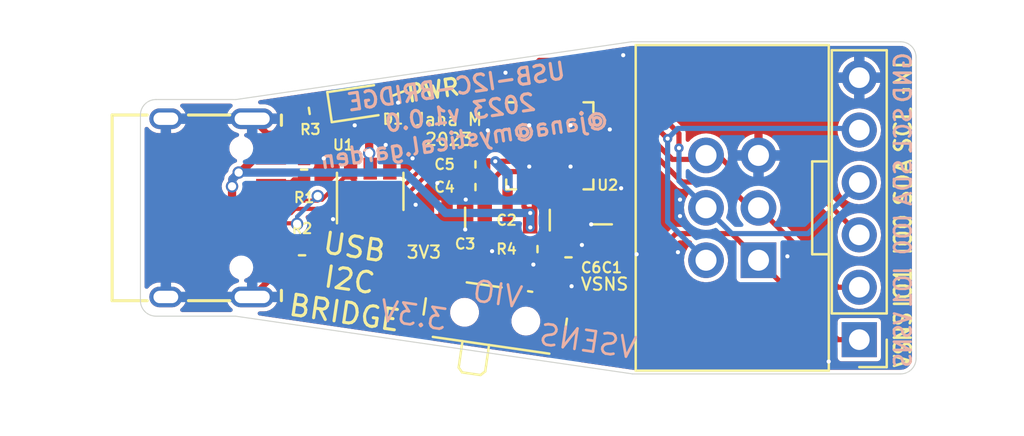
<source format=kicad_pcb>
(kicad_pcb (version 20211014) (generator pcbnew)
  (layers (0 "F.Cu" signal) (31 "B.Cu" signal) (34 "B.Paste" user) (35 "F.Paste" user) (36 "B.SilkS" user "B.Silkscreen") (37 "F.SilkS" user "F.Silkscreen") (38 "B.Mask" user) (39 "F.Mask" user) (44 "Edge.Cuts" user))
  (net 0 "")
  (net 1 "GND")
  (net 2 "VBUS")
  (net 3 "Net-(D1-Pad1)")
  (net 4 "Net-(J1-PadB5)")
  (net 6 "D+")
  (net 7 "D-")
  (net 8 "Net-(J1-PadA5)")
  (net 10 "Net-(C1-Pad1)")
  (net 11 "VDD")
  (net 12 "VSNS")
  (net 13 "Net-(R4-Pad1)")
  (net 14 "SCL")
  (net 21 "GPIO1")
  (net 22 "SDA")
  (net 23 "GPIO0")
  (net 24 "VIO")
  (footprint "otter:C_0805" (layer "F.Cu") (at 120.495851 100.594142)
    (fp_text reference "C2" (at -2.095851 0.005858) (layer "F.SilkS") (effects (font (size 0.5 0.5) (thickness 0.1))))
    (fp_text value "4u7" hide)
    (fp_line (start 0 0.5) (end 0 -0.5) (layer "F.SilkS") (width 0.12))
    (pad "1" smd rect locked (at -0.95 0) (size 0.7 1.3) (layers "F.Cu" "F.Paste" "F.Mask") (net 2 "VBUS"))
    (pad "2" smd rect locked (at 0.95 0) (size 0.7 1.3) (layers "F.Cu" "F.Paste" "F.Mask") (net 1 "GND"))
  )
  (footprint "otter:C_0402" (layer "F.Cu") (at 116.895851 97.894142 180)
    (fp_text reference "C5" (at 1.495851 0) (layer "F.SilkS") (effects (font (size 0.5 0.5) (thickness 0.1))))
    (fp_text value "100n" hide)
    (fp_line (start 0 0.15) (end 0 -0.15) (layer "F.SilkS") (width 0.12))
    (pad "1" smd rect locked (at -0.47 0 180) (size 0.5 0.6) (layers "F.Cu" "F.Paste" "F.Mask") (net 24 "VIO"))
    (pad "2" smd rect locked (at 0.47 0 180) (size 0.5 0.6) (layers "F.Cu" "F.Paste" "F.Mask") (net 1 "GND"))
  )
  (footprint "otter:C_0402" (layer "F.Cu") (at 121.4 102.4 90)
    (fp_text reference "C6" (at -0.5 1.1 180) (layer "F.SilkS") (effects (font (size 0.5 0.5) (thickness 0.1))))
    (fp_text value "100n" hide)
    (fp_line (start 0 0.15) (end 0 -0.15) (layer "F.SilkS") (width 0.12))
    (pad "1" smd rect locked (at -0.47 0 90) (size 0.5 0.6) (layers "F.Cu" "F.Paste" "F.Mask") (net 12 "VSNS"))
    (pad "2" smd rect locked (at 0.47 0 90) (size 0.5 0.6) (layers "F.Cu" "F.Paste" "F.Mask") (net 1 "GND"))
  )
  (footprint "LED_SMD:LED_0603_1608Metric" (layer "F.Cu") (at 111.3 94.9 8.5)
    (fp_text reference "D1" (at 1.464178 1.027708 1) (layer "F.SilkS") (effects (font (size 0.5 0.5) (thickness 0.1))))
    (fp_text value "PWR")
    (fp_line (start 0.8 -0.735) (end -1.485 -0.735) (layer "F.SilkS") (width 0.12))
    (fp_line (start -1.485 -0.735) (end -1.485 0.735) (layer "F.SilkS") (width 0.12))
    (fp_line (start -1.485 0.735) (end 0.8 0.735) (layer "F.SilkS") (width 0.12))
    (pad "1" smd roundrect locked (at -0.7875 0 8.5) (size 0.875 0.95) (layers "F.Cu" "F.Paste" "F.Mask") (net 3 "Net-(D1-Pad1)"))
    (pad "2" smd roundrect locked (at 0.7875 0 8.5) (size 0.875 0.95) (layers "F.Cu" "F.Paste" "F.Mask") (net 2 "VBUS"))
  )
  (footprint "otter:USB-C 16Pin" (layer "F.Cu") (at 107 100 -90)
    (fp_text reference "J1" hide)
    (fp_text value "USB")
    (fp_line (start 4.5 4) (end 4.5 2) (layer "F.SilkS") (width 0.15))
    (fp_line (start 4.5 6) (end 4.5 7.695) (layer "F.SilkS") (width 0.15))
    (fp_line (start -4.5 7.695) (end -4.5 6) (layer "F.SilkS") (width 0.15))
    (fp_line (start -4.5 -0.5) (end -4 -0.5) (layer "F.SilkS") (width 0.15))
    (fp_line (start 4 -0.5) (end 4.5 -0.5) (layer "F.SilkS") (width 0.15))
    (fp_line (start 4.5 7.695) (end -4.5 7.695) (layer "F.SilkS") (width 0.15))
    (fp_line (start -4.5 2) (end -4.5 4) (layer "F.SilkS") (width 0.15))
    (pad "" np_thru_hole circle locked (at -2.89 1.445 270) (size 0.65 0.65) (drill 0.65) (layers *.Cu *.Mask))
    (pad "" np_thru_hole circle locked (at 2.89 1.445 270) (size 0.65 0.65) (drill 0.65) (layers *.Cu *.Mask))
    (pad "A1" smd rect locked (at -3.2 0 270) (size 0.6 1.45) (layers "F.Cu" "F.Paste" "F.Mask") (net 1 "GND"))
    (pad "A4" smd rect locked (at -2.4 0 270) (size 0.6 1.45) (layers "F.Cu" "F.Paste" "F.Mask") (net 2 "VBUS"))
    (pad "A5" smd rect locked (at -1.25 0 270) (size 0.3 1.45) (layers "F.Cu" "F.Paste" "F.Mask") (net 8 "Net-(J1-PadA5)"))
    (pad "A6" smd rect locked (at -0.25 0 270) (size 0.3 1.45) (layers "F.Cu" "F.Paste" "F.Mask") (net 6 "D+"))
    (pad "A7" smd rect locked (at 0.25 0 270) (size 0.3 1.45) (layers "F.Cu" "F.Paste" "F.Mask") (net 7 "D-"))
    (pad "A8" smd rect locked (at 1.25 0 270) (size 0.3 1.45) (layers "F.Cu" "F.Paste" "F.Mask"))
    (pad "A9" smd rect locked (at -2.4 0 270) (size 0.6 1.45) (layers "F.Cu" "F.Paste" "F.Mask") (net 2 "VBUS"))
    (pad "A12" smd rect locked (at -3.2 0 270) (size 0.6 1.45) (layers "F.Cu" "F.Paste" "F.Mask") (net 1 "GND"))
    (pad "B1" smd rect locked (at 3.2 0 270) (size 0.6 1.45) (layers "F.Cu" "F.Paste" "F.Mask") (net 1 "GND"))
    (pad "B4" smd rect locked (at 2.4 0 270) (size 0.6 1.45) (layers "F.Cu" "F.Paste" "F.Mask") (net 2 "VBUS"))
    (pad "B5" smd rect locked (at 1.75 0 270) (size 0.3 1.45) (layers "F.Cu" "F.Paste" "F.Mask") (net 4 "Net-(J1-PadB5)"))
    (pad "B6" smd rect locked (at 0.75 0 270) (size 0.3 1.45) (layers "F.Cu" "F.Paste" "F.Mask") (net 6 "D+"))
    (pad "B7" smd rect locked (at -0.75 0 270) (size 0.3 1.45) (layers "F.Cu" "F.Paste" "F.Mask") (net 7 "D-"))
    (pad "B8" smd rect locked (at -1.75 0 270) (size 0.3 1.45) (layers "F.Cu" "F.Paste" "F.Mask"))
    (pad "B9" smd rect locked (at 2.4 0 270) (size 0.6 1.45) (layers "F.Cu" "F.Paste" "F.Mask") (net 2 "VBUS"))
    (pad "B12" smd rect locked (at 3.2 0 270) (size 0.6 1.45) (layers "F.Cu" "F.Paste" "F.Mask") (net 1 "GND"))
    (pad "S1" thru_hole oval locked (at 4.32 0.915 270) (size 1 2.1) (drill oval 0.6 1.7) (layers *.Cu *.Mask) (net 1 "GND"))
    (pad "S1" thru_hole oval locked (at -4.32 0.915 270) (size 1 2.1) (drill oval 0.6 1.7) (layers *.Cu *.Mask) (net 1 "GND"))
    (pad "S1" thru_hole oval locked (at -4.32 5.095 270) (size 1 1.6) (drill oval 0.6 1.2) (layers *.Cu *.Mask) (net 1 "GND"))
    (pad "S1" thru_hole oval locked (at 4.32 5.095 270) (size 1 1.6) (drill oval 0.6 1.2) (layers *.Cu *.Mask) (net 1 "GND"))
  )
  (footprint "otter:IDC-Header_2x03_P2.54mm_Vertical_center" (layer "F.Cu") (at 129.3 100 180)
    (fp_text reference "J2" hide)
    (fp_text value "TC")
    (fp_line (start -4.7 -2.25) (end -3.9 -2.25) (layer "F.SilkS") (width 0.12))
    (fp_line (start -3.9 2.25) (end -4.7 2.25) (layer "F.SilkS") (width 0.12))
    (fp_line (start -4.705 -7.89) (end 4.645 -7.89) (layer "F.SilkS") (width 0.12))
    (fp_line (start 4.645 -7.89) (end 4.645 7.89) (layer "F.SilkS") (width 0.12))
    (fp_line (start 4.645 7.89) (end -4.705 7.89) (layer "F.SilkS") (width 0.12))
    (fp_line (start -3.9 -2.25) (end -3.9 2.25) (layer "F.SilkS") (width 0.12))
    (fp_line (start -4.705 7.89) (end -4.705 -7.89) (layer "F.SilkS") (width 0.12))
    (pad "1" thru_hole rect locked (at -1.3 -2.54 180) (size 1.7272 1.7272) (drill 1.016) (layers *.Cu *.Mask) (net 12 "VSNS"))
    (pad "2" thru_hole oval locked (at 1.24 -2.54 180) (size 1.7272 1.7272) (drill 1.016) (layers *.Cu *.Mask) (net 14 "SCL"))
    (pad "3" thru_hole oval locked (at -1.3 0 180) (size 1.7272 1.7272) (drill 1.016) (layers *.Cu *.Mask) (net 21 "GPIO1"))
    (pad "4" thru_hole oval locked (at 1.24 0 180) (size 1.7272 1.7272) (drill 1.016) (layers *.Cu *.Mask) (net 22 "SDA"))
    (pad "5" thru_hole oval locked (at -1.3 2.54 180) (size 1.7272 1.7272) (drill 1.016) (layers *.Cu *.Mask) (net 1 "GND"))
    (pad "6" thru_hole oval locked (at 1.24 2.54 180) (size 1.7272 1.7272) (drill 1.016) (layers *.Cu *.Mask) (net 23 "GPIO0"))
  )
  (footprint "otter:R_0402" (layer "F.Cu") (at 108.85 95.3 -171.5)
    (fp_text reference "R3" (at 0.083578 -0.897505 181) (layer "F.SilkS") (effects (font (size 0.5 0.5) (thickness 0.1))))
    (fp_text value "5k1" hide)
    (fp_line (start 0 0.15) (end 0 -0.15) (layer "F.SilkS") (width 0.12))
    (pad "1" smd rect locked (at -0.47 0 188.5) (size 0.5 0.6) (layers "F.Cu" "F.Paste" "F.Mask") (net 3 "Net-(D1-Pad1)"))
    (pad "2" smd rect locked (at 0.47 0 188.5) (size 0.5 0.6) (layers "F.Cu" "F.Paste" "F.Mask") (net 1 "GND"))
  )
  (footprint "otter:R_0402" (layer "F.Cu") (at 119.9 102 180)
    (fp_text reference "R4" (at 1.5 0) (layer "F.SilkS") (effects (font (size 0.5 0.5) (thickness 0.1))))
    (fp_text value "5k1" hide)
    (fp_line (start 0 0.15) (end 0 -0.15) (layer "F.SilkS") (width 0.12))
    (pad "1" smd rect locked (at -0.47 0 180) (size 0.5 0.6) (layers "F.Cu" "F.Paste" "F.Mask") (net 13 "Net-(R4-Pad1)"))
    (pad "2" smd rect locked (at 0.47 0 180) (size 0.5 0.6) (layers "F.Cu" "F.Paste" "F.Mask") (net 24 "VIO"))
  )
  (footprint "Package_TO_SOT_SMD:SOT-23-6" (layer "F.Cu") (at 111.8 99.2 90)
    (fp_text reference "U1" (at 2.25 -1.3 180) (layer "F.SilkS") (effects (font (size 0.5 0.5) (thickness 0.1))))
    (fp_text value "USBLC6-4")
    (fp_line (start -0.9 1.61) (end 0.9 1.61) (layer "F.SilkS") (width 0.12))
    (fp_line (start 0.9 -1.61) (end -1.55 -1.61) (layer "F.SilkS") (width 0.12))
    (pad "1" smd rect locked (at -1.1 -0.95 90) (size 1.06 0.65) (layers "F.Cu" "F.Paste" "F.Mask") (net 7 "D-"))
    (pad "2" smd rect locked (at -1.1 0 90) (size 1.06 0.65) (layers "F.Cu" "F.Paste" "F.Mask") (net 1 "GND"))
    (pad "3" smd rect locked (at -1.1 0.95 90) (size 1.06 0.65) (layers "F.Cu" "F.Paste" "F.Mask"))
    (pad "4" smd rect locked (at 1.1 0.95 90) (size 1.06 0.65) (layers "F.Cu" "F.Paste" "F.Mask"))
    (pad "5" smd rect locked (at 1.1 0 90) (size 1.06 0.65) (layers "F.Cu" "F.Paste" "F.Mask") (net 2 "VBUS"))
    (pad "6" smd rect locked (at 1.1 -0.95 90) (size 1.06 0.65) (layers "F.Cu" "F.Paste" "F.Mask") (net 6 "D+"))
  )
  (footprint "Package_DFN_QFN:QFN-24-1EP_4x4mm_P0.5mm_EP2.6x2.6mm" (layer "F.Cu") (at 120.495851 96.994142)
    (fp_text reference "U2" (at 2.804149 1.905858) (layer "F.SilkS") (effects (font (size 0.5 0.5) (thickness 0.1))))
    (fp_text value "CP2112")
    (fp_line (start 1.635 -2.11) (end 2.11 -2.11) (layer "F.SilkS") (width 0.12))
    (fp_line (start 2.11 2.11) (end 2.11 1.635) (layer "F.SilkS") (width 0.12))
    (fp_line (start -2.11 2.11) (end -2.11 1.635) (layer "F.SilkS") (width 0.12))
    (fp_line (start -1.635 -2.11) (end -2.11 -2.11) (layer "F.SilkS") (width 0.12))
    (fp_line (start 2.11 -2.11) (end 2.11 -1.635) (layer "F.SilkS") (width 0.12))
    (fp_line (start 1.635 2.11) (end 2.11 2.11) (layer "F.SilkS") (width 0.12))
    (fp_line (start -1.635 2.11) (end -2.11 2.11) (layer "F.SilkS") (width 0.12))
    (pad "1" smd roundrect (at -1.9375 -1.25) (size 0.825 0.25) (layers "F.Cu" "F.Paste" "F.Mask") (net 22 "SDA"))
    (pad "2" smd roundrect (at -1.9375 -0.75) (size 0.825 0.25) (layers "F.Cu" "F.Paste" "F.Mask") (net 1 "GND"))
    (pad "3" smd roundrect (at -1.9375 -0.25) (size 0.825 0.25) (layers "F.Cu" "F.Paste" "F.Mask") (net 6 "D+"))
    (pad "4" smd roundrect (at -1.9375 0.25) (size 0.825 0.25) (layers "F.Cu" "F.Paste" "F.Mask") (net 7 "D-"))
    (pad "5" smd roundrect (at -1.9375 0.75) (size 0.825 0.25) (layers "F.Cu" "F.Paste" "F.Mask") (net 24 "VIO"))
    (pad "6" smd roundrect (at -1.9375 1.25) (size 0.825 0.25) (layers "F.Cu" "F.Paste" "F.Mask") (net 11 "VDD"))
    (pad "7" smd roundrect (at -1.25 1.9375) (size 0.25 0.825) (layers "F.Cu" "F.Paste" "F.Mask") (net 2 "VBUS"))
    (pad "8" smd roundrect (at -0.75 1.9375) (size 0.25 0.825) (layers "F.Cu" "F.Paste" "F.Mask") (net 2 "VBUS"))
    (pad "9" smd roundrect (at -0.25 1.9375) (size 0.25 0.825) (layers "F.Cu" "F.Paste" "F.Mask") (net 13 "Net-(R4-Pad1)"))
    (pad "10" smd roundrect (at 0.25 1.9375) (size 0.25 0.825) (layers "F.Cu" "F.Paste" "F.Mask"))
    (pad "11" smd roundrect (at 0.75 1.9375) (size 0.25 0.825) (layers "F.Cu" "F.Paste" "F.Mask"))
    (pad "12" smd roundrect (at 1.25 1.9375) (size 0.25 0.825) (layers "F.Cu" "F.Paste" "F.Mask"))
    (pad "13" smd roundrect (at 1.9375 1.25) (size 0.825 0.25) (layers "F.Cu" "F.Paste" "F.Mask"))
    (pad "14" smd roundrect (at 1.9375 0.75) (size 0.825 0.25) (layers "F.Cu" "F.Paste" "F.Mask"))
    (pad "15" smd roundrect (at 1.9375 0.25) (size 0.825 0.25) (layers "F.Cu" "F.Paste" "F.Mask"))
    (pad "16" smd roundrect (at 1.9375 -0.25) (size 0.825 0.25) (layers "F.Cu" "F.Paste" "F.Mask") (net 10 "Net-(C1-Pad1)"))
    (pad "17" smd roundrect (at 1.9375 -0.75) (size 0.825 0.25) (layers "F.Cu" "F.Paste" "F.Mask"))
    (pad "18" smd roundrect (at 1.9375 -1.25) (size 0.825 0.25) (layers "F.Cu" "F.Paste" "F.Mask"))
    (pad "19" smd roundrect (at 1.25 -1.9375) (size 0.25 0.825) (layers "F.Cu" "F.Paste" "F.Mask"))
    (pad "20" smd roundrect (at 0.75 -1.9375) (size 0.25 0.825) (layers "F.Cu" "F.Paste" "F.Mask"))
    (pad "21" smd roundrect (at 0.25 -1.9375) (size 0.25 0.825) (layers "F.Cu" "F.Paste" "F.Mask"))
    (pad "22" smd roundrect (at -0.25 -1.9375) (size 0.25 0.825) (layers "F.Cu" "F.Paste" "F.Mask") (net 21 "GPIO1"))
    (pad "23" smd roundrect (at -0.75 -1.9375) (size 0.25 0.825) (layers "F.Cu" "F.Paste" "F.Mask") (net 23 "GPIO0"))
    (pad "24" smd roundrect (at -1.25 -1.9375) (size 0.25 0.825) (layers "F.Cu" "F.Paste" "F.Mask") (net 14 "SCL"))
    (pad "25" smd rect (at 0 0) (size 2.6 2.6) (layers "F.Cu" "F.Mask") (net 1 "GND"))
  )
  (footprint "otter:PinHeader_1x06_P2.54mm_Vertical_center" (layer "F.Cu") (at 135.45 100 180)
    (fp_text reference "J3" hide)
    (fp_text value "PINH")
    (fp_line (start -1.36 7.64) (end 1.3 7.64) (layer "F.SilkS") (width 0.12))
    (fp_line (start -1.36 -5.12) (end 1.3 -5.12) (layer "F.SilkS") (width 0.12))
    (fp_line (start -1.36 -5.12) (end -1.36 7.64) (layer "F.SilkS") (width 0.12))
    (fp_line (start 1.3 -5.12) (end 1.3 7.64) (layer "F.SilkS") (width 0.12))
    (fp_line (start -1.36 -7.72) (end -0.03 -7.72) (layer "F.SilkS") (width 0.12))
    (fp_line (start -1.36 -6.39) (end -1.36 -7.72) (layer "F.SilkS") (width 0.12))
    (pad "1" thru_hole rect locked (at -0.03 -6.39 180) (size 1.7 1.7) (drill 1) (layers *.Cu *.Mask) (net 12 "VSNS"))
    (pad "2" thru_hole oval locked (at -0.03 -3.85 180) (size 1.7 1.7) (drill 1) (layers *.Cu *.Mask) (net 21 "GPIO1"))
    (pad "3" thru_hole oval locked (at -0.03 -1.31 180) (size 1.7 1.7) (drill 1) (layers *.Cu *.Mask) (net 23 "GPIO0"))
    (pad "4" thru_hole oval locked (at -0.03 1.23 180) (size 1.7 1.7) (drill 1) (layers *.Cu *.Mask) (net 22 "SDA"))
    (pad "5" thru_hole oval locked (at -0.03 3.77 180) (size 1.7 1.7) (drill 1) (layers *.Cu *.Mask) (net 14 "SCL"))
    (pad "6" thru_hole oval locked (at -0.03 6.31 180) (size 1.7 1.7) (drill 1) (layers *.Cu *.Mask) (net 1 "GND"))
  )
  (footprint "otter:R_0402" (layer "F.Cu") (at 108.5 102.3 90)
    (fp_text reference "R2" (at 1.3 0 180) (layer "F.SilkS") (effects (font (size 0.5 0.5) (thickness 0.1))))
    (fp_text value "5k1" hide)
    (fp_line (start 0 0.15) (end 0 -0.15) (layer "F.SilkS") (width 0.12))
    (pad "1" smd rect locked (at -0.47 0 90) (size 0.5 0.6) (layers "F.Cu" "F.Paste" "F.Mask") (net 1 "GND"))
    (pad "2" smd rect locked (at 0.47 0 90) (size 0.5 0.6) (layers "F.Cu" "F.Paste" "F.Mask") (net 4 "Net-(J1-PadB5)"))
  )
  (footprint "otter:C_0805" (layer "F.Cu") (at 116.395851 100.494142 180)
    (fp_text reference "C3" (at 0 -1.255858) (layer "F.SilkS") (effects (font (size 0.5 0.5) (thickness 0.1))))
    (fp_text value "4u7" hide)
    (fp_line (start 0 0.5) (end 0 -0.5) (layer "F.SilkS") (width 0.12))
    (pad "1" smd rect locked (at -0.95 0 180) (size 0.7 1.3) (layers "F.Cu" "F.Paste" "F.Mask") (net 11 "VDD"))
    (pad "2" smd rect locked (at 0.95 0 180) (size 0.7 1.3) (layers "F.Cu" "F.Paste" "F.Mask") (net 1 "GND"))
  )
  (footprint "otter:C_0805" (layer "F.Cu") (at 123 100.8 -90)
    (fp_text reference "C1" (at 2.1 -0.5 180) (layer "F.SilkS") (effects (font (size 0.5 0.5) (thickness 0.1))))
    (fp_text value "4u7" hide)
    (fp_line (start 0 0.5) (end 0 -0.5) (layer "F.SilkS") (width 0.12))
    (pad "1" smd rect locked (at -0.95 0 270) (size 0.7 1.3) (layers "F.Cu" "F.Paste" "F.Mask") (net 10 "Net-(C1-Pad1)"))
    (pad "2" smd rect locked (at 0.95 0 270) (size 0.7 1.3) (layers "F.Cu" "F.Paste" "F.Mask") (net 1 "GND"))
  )
  (footprint "otter:C_0402" (layer "F.Cu") (at 116.895851 98.994142 180)
    (fp_text reference "C4" (at 1.495851 -0.005858 180) (layer "F.SilkS") (effects (font (size 0.5 0.5) (thickness 0.1))))
    (fp_text value "100n" hide)
    (fp_line (start 0 0.15) (end 0 -0.15) (layer "F.SilkS") (width 0.12))
    (pad "1" smd rect locked (at -0.47 0 180) (size 0.5 0.6) (layers "F.Cu" "F.Paste" "F.Mask") (net 11 "VDD"))
    (pad "2" smd rect locked (at 0.47 0 180) (size 0.5 0.6) (layers "F.Cu" "F.Paste" "F.Mask") (net 1 "GND"))
  )
  (footprint "otter:R_0402" (layer "F.Cu") (at 108.6 98.15 -90)
    (fp_text reference "R1" (at 1.35 0 180) (layer "F.SilkS") (effects (font (size 0.5 0.5) (thickness 0.1))))
    (fp_text value "5k1" hide)
    (fp_line (start 0 0.15) (end 0 -0.15) (layer "F.SilkS") (width 0.12))
    (pad "1" smd rect locked (at -0.47 0 270) (size 0.5 0.6) (layers "F.Cu" "F.Paste" "F.Mask") (net 1 "GND"))
    (pad "2" smd rect locked (at 0.47 0 270) (size 0.5 0.6) (layers "F.Cu" "F.Paste" "F.Mask") (net 8 "Net-(J1-PadA5)"))
  )
  (footprint "Button_Switch_SMD:SW_SPDT_PCM12" (layer "F.Cu") (at 117.9 104.95 -8.2)
    (fp_text reference "SW1" hide)
    (fp_text value "VIO_SW")
    (fp_line (start 3.45 0.72) (end 3.45 -0.07) (layer "F.SilkS") (width 0.12))
    (fp_line (start -1.6 -1.12) (end 0.1 -1.12) (layer "F.SilkS") (width 0.12))
    (fp_line (start -0.1 3.02) (end -0.3 3.23) (layer "F.SilkS") (width 0.12))
    (fp_line (start -1.4 3.02) (end -1.2 3.23) (layer "F.SilkS") (width 0.12))
    (fp_line (start -0.1 3.02) (end -0.1 1.73) (layer "F.SilkS") (width 0.12))
    (fp_line (start -2.85 1.73) (end 2.85 1.73) (layer "F.SilkS") (width 0.12))
    (fp_line (start 1.4 -1.12) (end 1.6 -1.12) (layer "F.SilkS") (width 0.12))
    (fp_line (start -1.4 1.73) (end -1.4 3.02) (layer "F.SilkS") (width 0.12))
    (fp_line (start -3.45 -0.07) (end -3.45 0.72) (layer "F.SilkS") (width 0.12))
    (fp_line (start -1.2 3.23) (end -0.3 3.23) (layer "F.SilkS") (width 0.12))
    (pad "" np_thru_hole circle (at -1.5 0.33 351.8) (size 0.9 0.9) (drill 0.9) (layers *.Cu *.Mask))
    (pad "" smd rect (at -3.65 1.43 351.8) (size 1 0.8) (layers "F.Cu" "F.Paste" "F.Mask"))
    (pad "" smd rect (at -3.65 -0.78 351.8) (size 1 0.8) (layers "F.Cu" "F.Paste" "F.Mask"))
    (pad "" smd rect (at 3.65 1.43 351.8) (size 1 0.8) (layers "F.Cu" "F.Paste" "F.Mask"))
    (pad "" smd rect (at 3.65 -0.78 351.8) (size 1 0.8) (layers "F.Cu" "F.Paste" "F.Mask"))
    (pad "" np_thru_hole circle (at 1.5 0.33 351.8) (size 0.9 0.9) (drill 0.9) (layers *.Cu *.Mask))
    (pad "1" smd rect (at -2.25 -1.43 351.8) (size 0.7 1.5) (layers "F.Cu" "F.Paste" "F.Mask") (net 11 "VDD"))
    (pad "2" smd rect (at 0.75 -1.43 351.8) (size 0.7 1.5) (layers "F.Cu" "F.Paste" "F.Mask") (net 24 "VIO"))
    (pad "3" smd rect (at 2.25 -1.43 351.8) (size 0.7 1.5) (layers "F.Cu" "F.Paste" "F.Mask") (net 12 "VSNS"))
  )
  (gr_line (start 113.55 94.3) (end 112.8 94.6) (layer "F.SilkS") (width 0.12))
  (gr_line (start 105.275 105.25) (end 101.425 105.25) (layer "Edge.Cuts") (width 0.05))
  (gr_arc (start 138.23 107.3) (mid 138.01033 107.83033) (end 137.48 108.05) (layer "Edge.Cuts") (width 0.05))
  (gr_arc (start 101.425 105.25) (mid 100.89467 105.03033) (end 100.675 104.5) (layer "Edge.Cuts") (width 0.05))
  (gr_line (start 100.675 104.5) (end 100.675 95.5) (layer "Edge.Cuts") (width 0.05))
  (gr_line (start 124.5 108.05) (end 105.275 105.25) (layer "Edge.Cuts") (width 0.05))
  (gr_line (start 138.23 92.7) (end 138.23 107.3) (layer "Edge.Cuts") (width 0.05))
  (gr_arc (start 100.675 95.5) (mid 100.89467 94.96967) (end 101.425 94.75) (layer "Edge.Cuts") (width 0.05))
  (gr_line (start 105.3 94.75) (end 124.45 91.95) (layer "Edge.Cuts") (width 0.05))
  (gr_line (start 101.425 94.75) (end 105.3 94.75) (layer "Edge.Cuts") (width 0.05))
  (gr_arc (start 137.48 91.95) (mid 138.01033 92.16967) (end 138.23 92.7) (layer "Edge.Cuts") (width 0.05))
  (gr_line (start 137.48 108.05) (end 124.5 108.05) (layer "Edge.Cuts") (width 0.05))
  (gr_line (start 124.45 91.95) (end 137.48 91.95) (layer "Edge.Cuts") (width 0.05))
  (gr_text "IO1\n" (at 137.6 103.85 90) (layer "B.SilkS") (effects (font (size 0.8 0.8) (thickness 0.13)) (justify mirror)))
  (gr_text "  VIO\nVSENS      3.3V" (at 118.6 105.1 -8.5) (layer "B.SilkS") (effects (font (size 1 1) (thickness 0.13)) (justify mirror)))
  (gr_text "IO0\n" (at 137.6 101.3 90) (layer "B.SilkS") (effects (font (size 0.8 0.8) (thickness 0.13)) (justify mirror)))
  (gr_text "SCL\n" (at 137.6 96.23 90) (layer "B.SilkS") (effects (font (size 0.8 0.8) (thickness 0.13)) (justify mirror)))
  (gr_text "VSNS" (at 137.6 106.39 90) (layer "B.SilkS") (effects (font (size 0.8 0.7) (thickness 0.13)) (justify mirror)))
  (gr_text "GND" (at 137.6 93.69 90) (layer "B.SilkS") (effects (font (size 0.8 0.8) (thickness 0.13)) (justify mirror)))
  (gr_text "USB-I2C-BRIDGE\n2023 v1.0.0\n@jana@mystical.garden" (at 116.15 95.4 8.5) (layer "B.SilkS") (effects (font (size 0.8 0.8)) (justify mirror)))
  (gr_text "SDA" (at 137.6 98.775 90) (layer "B.SilkS") (effects (font (size 0.8 0.8) (thickness 0.13)) (justify mirror)))
  (gr_text "VSNS" (at 137.6 106.39 90) (layer "F.SilkS") (effects (font (size 0.8 0.7) (thickness 0.13))))
  (gr_text "USB\nI2C\nBRIDGE" (at 110.8 103.5 -8.5) (layer "F.SilkS") (effects (font (size 1 1))))
  (gr_text "IO0\n" (at 137.6 101.3 90) (layer "F.SilkS") (effects (font (size 0.8 0.8) (thickness 0.13))))
  (gr_text "VSNS" (at 123.15 103.7) (layer "F.SilkS") (effects (font (size 0.6 0.6) (thickness 0.1))))
  (gr_text "GND" (at 137.6 93.69 90) (layer "F.SilkS") (effects (font (size 0.8 0.8) (thickness 0.13))))
  (gr_text "IO1\n" (at 137.6 103.85 90) (layer "F.SilkS") (effects (font (size 0.8 0.8) (thickness 0.13))))
  (gr_text "Jana M\n2023" (at 115.6 96.2) (layer "F.SilkS") (effects (font (size 0.6 0.6) (thickness 0.1))))
  (gr_text "SCL\n" (at 137.6 96.23 90) (layer "F.SilkS") (effects (font (size 0.8 0.8) (thickness 0.13))))
  (gr_text "3V3" (at 114.4 102.15) (layer "F.SilkS") (effects (font (size 0.6 0.6) (thickness 0.1))))
  (gr_text "SDA" (at 137.6 98.775 90) (layer "F.SilkS") (effects (font (size 0.8 0.8) (thickness 0.13))))
  (gr_text "PWR" (at 114.85 94.3 8.5) (layer "F.SilkS") (effects (font (size 0.8 0.8))))
  (segment (start 119.745851 96.244142) (end 120.495851 96.994142) (width 0.25) (layer "F.Cu") (net 1))
  (segment (start 107 96.8) (end 107 96.595) (width 0.3) (layer "F.Cu") (net 1))
  (segment (start 107 96.595) (end 106.085 95.68) (width 0.3) (layer "F.Cu") (net 1))
  (segment (start 118.558351 96.244142) (end 119.745851 96.244142) (width 0.25) (layer "F.Cu") (net 1))
  (segment (start 108.5 102.77) (end 108.07 103.2) (width 0.2) (layer "F.Cu") (net 1))
  (segment (start 107 103.405) (end 106.085 104.32) (width 0.3) (layer "F.Cu") (net 1))
  (segment (start 108.07 103.2) (end 107 103.2) (width 0.2) (layer "F.Cu") (net 1))
  (segment (start 118.558351 96.244142) (end 117.494142 96.244142) (width 0.25) (layer "F.Cu") (net 1))
  (segment (start 107 103.2) (end 107 103.405) (width 0.3) (layer "F.Cu") (net 1))
  (via (at 118.35 93.45) (size 0.45) (drill 0.2) (layers "F.Cu" "B.Cu") (net 1))
  (via (at 115.05 98.8) (size 0.45) (drill 0.2) (layers "F.Cu" "B.Cu") (net 1))
  (via (at 123.4 96.2) (size 0.45) (drill 0.2) (layers "F.Cu" "B.Cu") (net 1))
  (via (at 126.7 102.15) (size 0.45) (drill 0.2) (layers "F.Cu" "B.Cu") (net 1))
  (via (at 110 100.55) (size 0.45) (drill 0.2) (layers "F.Cu" "B.Cu") (net 1))
  (via (at 113.85 97.6) (size 0.45) (drill 0.2) (layers "F.Cu" "B.Cu") (net 1))
  (via (at 117.494142 96.244142) (size 0.45) (drill 0.2) (layers "F.Cu" "B.Cu") (net 1))
  (via (at 119.7 102.75) (size 0.45) (drill 0.2) (layers "F.Cu" "B.Cu") (net 1))
  (via (at 119.5 96) (size 0.45) (drill 0.2) (layers "F.Cu" "B.Cu") (net 1))
  (via (at 126.8 100.4) (size 0.45) (drill 0.2) (layers "F.Cu" "B.Cu") (net 1))
  (via (at 122.05 101.8) (size 0.45) (drill 0.2) (layers "F.Cu" "B.Cu") (net 1))
  (via (at 117.7 102.1) (size 0.45) (drill 0.2) (layers "F.Cu" "B.Cu") (net 1))
  (via (at 126.8 99.6) (size 0.45) (drill 0.2) (layers "F.Cu" "B.Cu") (net 1))
  (via (at 132 102.35) (size 0.45) (drill 0.2) (layers "F.Cu" "B.Cu") (net 1))
  (via (at 114 99.85) (size 0.45) (drill 0.2) (layers "F.Cu" "B.Cu") (net 1))
  (via (at 124.7 102.25) (size 0.45) (drill 0.2) (layers "F.Cu" "B.Cu") (net 1))
  (via (at 123.95 99.05) (size 0.45) (drill 0.2) (layers "F.Cu" "B.Cu") (net 1))
  (via (at 109.55 97.6) (size 0.45) (drill 0.2) (layers "F.Cu" "B.Cu") (net 1))
  (via (at 113.15 94.9) (size 0.45) (drill 0.2) (layers "F.Cu" "B.Cu") (net 1))
  (via (at 119.5 98) (size 0.45) (drill 0.2) (layers "F.Cu" "B.Cu") (net 1))
  (via (at 121.5 96) (size 0.45) (drill 0.2) (layers "F.Cu" "B.Cu") (net 1))
  (via (at 116.425 99.6) (size 0.45) (drill 0.2) (layers "F.Cu" "B.Cu") (net 1))
  (via (at 116.4 101.05) (size 0.45) (drill 0.2) (layers "F.Cu" "B.Cu") (net 1))
  (via (at 111.05 96) (size 0.45) (drill 0.2) (layers "F.Cu" "B.Cu") (net 1))
  (via (at 121.55 103.8) (size 0.45) (drill 0.2) (layers "F.Cu" "B.Cu") (net 1))
  (via (at 134 107.45) (size 0.45) (drill 0.2) (layers "F.Cu" "B.Cu") (net 1))
  (via (at 124.05 92.6) (size 0.45) (drill 0.2) (layers "F.Cu" "B.Cu") (net 1))
  (via (at 121.5 98) (size 0.45) (drill 0.2) (layers "F.Cu" "B.Cu") (net 1))
  (via (at 122.5 100.8) (size 0.45) (drill 0.2) (layers "F.Cu" "B.Cu") (net 1))
  (via (at 112.55 96.95) (size 0.45) (drill 0.2) (layers "F.Cu" "B.Cu") (net 1))
  (segment (start 119.745851 100.054149) (end 119.55 100.25) (width 0.25) (layer "F.Cu") (net 2))
  (segment (start 105.13 98.608002) (end 105.304001 98.434001) (width 0.4) (layer "F.Cu") (net 2))
  (segment (start 106.18009 102.4) (end 105.11 101.32991) (width 0.4) (layer "F.Cu") (net 2))
  (segment (start 119.245851 98.931642) (end 119.245851 99.945851) (width 0.25) (layer "F.Cu") (net 2))
  (segment (start 119.245851 99.945851) (end 119.55 100.25) (width 0.25) (layer "F.Cu") (net 2))
  (segment (start 111.75 97.35) (end 111.75 95.11245) (width 0.4) (layer "F.Cu") (net 2))
  (segment (start 105.11 101.32991) (end 105.11 98.96) (width 0.4) (layer "F.Cu") (net 2))
  (segment (start 105.51 98.29) (end 106.2 97.6) (width 0.4) (layer "F.Cu") (net 2))
  (segment (start 107 102.4) (end 106.18009 102.4) (width 0.4) (layer "F.Cu") (net 2))
  (segment (start 106.2 97.6) (end 107 97.6) (width 0.4) (layer "F.Cu") (net 2))
  (segment (start 105.43 98.29) (end 105.51 98.29) (width 0.4) (layer "F.Cu") (net 2))
  (segment (start 105.304001 98.415999) (end 105.43 98.29) (width 0.4) (layer "F.Cu") (net 2))
  (segment (start 105.304001 98.434001) (end 105.304001 98.415999) (width 0.4) (layer "F.Cu") (net 2))
  (segment (start 111.75 98.05) (end 111.8 98.1) (width 0.4) (layer "F.Cu") (net 2))
  (segment (start 111.75 95.11245) (end 112.07885 94.7836) (width 0.4) (layer "F.Cu") (net 2))
  (segment (start 105.11 98.96) (end 105.13 98.608002) (width 0.4) (layer "F.Cu") (net 2))
  (segment (start 119.745851 98.931642) (end 119.745851 100.054149) (width 0.25) (layer "F.Cu") (net 2))
  (segment (start 111.75 97.35) (end 111.75 98.05) (width 0.4) (layer "F.Cu") (net 2))
  (via (at 105.43 98.29) (size 0.6) (drill 0.4) (layers "F.Cu" "B.Cu") (net 2))
  (via (at 105.11 98.96) (size 0.6) (drill 0.4) (layers "F.Cu" "B.Cu") (net 2))
  (via (at 111.75 97.35) (size 0.6) (drill 0.4) (layers "F.Cu" "B.Cu") (net 2))
  (via (at 119.55 100.95) (size 0.45) (drill 0.2) (layers "F.Cu" "B.Cu") (net 2))
  (via (at 119.55 100.25) (size 0.45) (drill 0.2) (layers "F.Cu" "B.Cu") (net 2))
  (segment (start 113.49 98.29) (end 115.45 100.25) (width 0.4) (layer "B.Cu") (net 2))
  (segment (start 105.43 98.29) (end 111.81 98.29) (width 0.4) (layer "B.Cu") (net 2))
  (segment (start 105.43 98.308002) (end 105.43 98.29) (width 0.4) (layer "B.Cu") (net 2))
  (segment (start 105.11 98.96) (end 105.13 98.94) (width 0.4) (layer "B.Cu") (net 2))
  (segment (start 105.13 98.94) (end 105.13 98.608002) (width 0.4) (layer "B.Cu") (net 2))
  (segment (start 119.55 100.95) (end 119.55 100.25) (width 0.4) (layer "B.Cu") (net 2))
  (segment (start 111.81 98.29) (end 111.75 98.23) (width 0.4) (layer "B.Cu") (net 2))
  (segment (start 111.81 98.29) (end 113.49 98.29) (width 0.4) (layer "B.Cu") (net 2))
  (segment (start 105.13 98.608002) (end 105.43 98.308002) (width 0.4) (layer "B.Cu") (net 2))
  (segment (start 111.75 98.23) (end 111.75 97.35) (width 0.4) (layer "B.Cu") (net 2))
  (segment (start 115.45 100.25) (end 119.55 100.25) (width 0.4) (layer "B.Cu") (net 2))
  (segment (start 109.528967 95.0164) (end 109.314837 95.23053) (width 0.4) (layer "F.Cu") (net 3))
  (segment (start 110.52115 95.0164) (end 109.528967 95.0164) (width 0.4) (layer "F.Cu") (net 3))
  (segment (start 108.42 101.75) (end 108.5 101.83) (width 0.2) (layer "F.Cu") (net 4))
  (segment (start 107 101.75) (end 108.42 101.75) (width 0.2) (layer "F.Cu") (net 4))
  (segment (start 109.26 99.64) (end 109.25 99.65) (width 0.2) (layer "F.Cu") (net 6))
  (segment (start 109.25 99.65) (end 107.999999 99.650001) (width 0.2) (layer "F.Cu") (net 6))
  (segment (start 118.558351 96.744142) (end 118.508351 96.794142) (width 0.2) (layer "F.Cu") (net 6))
  (segment (start 115.573014 96.794142) (end 113.367156 99) (width 0.2) (layer "F.Cu") (net 6))
  (segment (start 109.26 99.43) (end 109.26 99.64) (width 0.2) (layer "F.Cu") (net 6))
  (segment (start 108.235298 100.75) (end 108.258831 100.773533) (width 0.2) (layer "F.Cu") (net 6))
  (segment (start 107.9 99.75) (end 107 99.75) (width 0.2) (layer "F.Cu") (net 6))
  (segment (start 111.342525 99) (end 110.85 98.507475) (width 0.2) (layer "F.Cu") (net 6))
  (segment (start 110.85 98.217156) (end 110.85 98.1) (width 0.2) (layer "F.Cu") (net 6))
  (segment (start 118.508351 96.794142) (end 115.573014 96.794142) (width 0.2) (layer "F.Cu") (net 6))
  (segment (start 113.367156 99) (end 111.342525 99) (width 0.2) (layer "F.Cu") (net 6))
  (segment (start 109.25 99.605) (end 109.462156 99.605) (width 0.2) (layer "F.Cu") (net 6))
  (segment (start 107 100.75) (end 108.235298 100.75) (width 0.2) (layer "F.Cu") (net 6))
  (segment (start 109.462156 99.605) (end 110.85 98.217156) (width 0.2) (layer "F.Cu") (net 6))
  (segment (start 109.25 99.65) (end 109.25 99.605) (width 0.2) (layer "F.Cu") (net 6))
  (segment (start 107.999999 99.650001) (end 107.9 99.75) (width 0.2) (layer "F.Cu") (net 6))
  (segment (start 110.85 98.507475) (end 110.85 98.1) (width 0.2) (layer "F.Cu") (net 6))
  (via (at 109.26 99.43) (size 0.6) (drill 0.4) (layers "F.Cu" "B.Cu") (net 6))
  (via (at 108.258831 100.773533) (size 0.6) (drill 0.4) (layers "F.Cu" "B.Cu") (net 6))
  (segment (start 108.258831 100.431169) (end 108.258831 100.773533) (width 0.2) (layer "B.Cu") (net 6))
  (segment (start 109.26 99.43) (end 108.258831 100.431169) (width 0.2) (layer "B.Cu") (net 6))
  (segment (start 110.4 99.5) (end 110.85 99.95) (width 0.2) (layer "F.Cu") (net 7))
  (segment (start 110.132844 99.5) (end 110.4 99.5) (width 0.2) (layer "F.Cu") (net 7))
  (segment (start 105.9 100.075) (end 105.9 99.425) (width 0.2) (layer "F.Cu") (net 7))
  (segment (start 111.342525 99.4) (end 110.85 99.892525) (width 0.2) (layer "F.Cu") (net 7))
  (segment (start 110.85 99.892525) (end 110.85 100.3) (width 0.2) (layer "F.Cu") (net 7))
  (segment (start 105.9 99.425) (end 106.075 99.25) (width 0.2) (layer "F.Cu") (net 7))
  (segment (start 118.558351 97.244142) (end 118.508351 97.194142) (width 0.2) (layer "F.Cu") (net 7))
  (segment (start 108.165689 100.050011) (end 109.582833 100.050011) (width 0.2) (layer "F.Cu") (net 7))
  (segment (start 107.9657 100.25) (end 108.165689 100.050011) (width 0.2) (layer "F.Cu") (net 7))
  (segment (start 113.532844 99.4) (end 111.342525 99.4) (width 0.2) (layer "F.Cu") (net 7))
  (segment (start 106.075 99.25) (end 107 99.25) (width 0.2) (layer "F.Cu") (net 7))
  (segment (start 118.508351 97.194142) (end 115.738702 97.194142) (width 0.2) (layer "F.Cu") (net 7))
  (segment (start 115.738702 97.194142) (end 113.532844 99.4) (width 0.2) (layer "F.Cu") (net 7))
  (segment (start 106.075 100.25) (end 105.9 100.075) (width 0.2) (layer "F.Cu") (net 7))
  (segment (start 107 100.25) (end 106.075 100.25) (width 0.2) (layer "F.Cu") (net 7))
  (segment (start 110.85 99.95) (end 110.85 100.3) (width 0.2) (layer "F.Cu") (net 7))
  (segment (start 109.582833 100.050011) (end 110.132844 99.5) (width 0.2) (layer "F.Cu") (net 7))
  (segment (start 107 100.25) (end 107.9657 100.25) (width 0.2) (layer "F.Cu") (net 7))
  (segment (start 108.1 98.62) (end 108.6 98.62) (width 0.2) (layer "F.Cu") (net 8))
  (segment (start 107.97 98.75) (end 108.1 98.62) (width 0.2) (layer "F.Cu") (net 8))
  (segment (start 107 98.75) (end 107.97 98.75) (width 0.2) (layer "F.Cu") (net 8))
  (segment (start 122.944142 96.744142) (end 123.25 97.05) (width 0.25) (layer "F.Cu") (net 10))
  (segment (start 123.25 97.05) (end 123.25 99.6) (width 0.25) (layer "F.Cu") (net 10))
  (segment (start 122.433351 96.744142) (end 122.944142 96.744142) (width 0.25) (layer "F.Cu") (net 10))
  (segment (start 123.25 99.6) (end 123 99.85) (width 0.25) (layer "F.Cu") (net 10))
  (segment (start 115.876963 102.873037) (end 117.345851 101.404149) (width 0.5) (layer "F.Cu") (net 11))
  (segment (start 118.115851 98.244142) (end 117.365851 98.994142) (width 0.25) (layer "F.Cu") (net 11))
  (segment (start 117.345851 101.404149) (end 117.345851 100.494142) (width 0.5) (layer "F.Cu") (net 11))
  (segment (start 117.345851 100.494142) (end 117.365851 100.474142) (width 0.5) (layer "F.Cu") (net 11))
  (segment (start 115.876963 103.213705) (end 115.876963 102.873037) (width 0.5) (layer "F.Cu") (net 11))
  (segment (start 117.365851 100.474142) (end 117.365851 98.994142) (width 0.5) (layer "F.Cu") (net 11))
  (segment (start 118.558351 98.244142) (end 118.115851 98.244142) (width 0.25) (layer "F.Cu") (net 11))
  (segment (start 120.306601 103.87989) (end 121.316491 102.87) (width 0.5) (layer "F.Cu") (net 12))
  (segment (start 130.6 102.54) (end 129.31 101.25) (width 0.25) (layer "F.Cu") (net 12))
  (segment (start 124.98 102.87) (end 121.4 102.87) (width 0.25) (layer "F.Cu") (net 12))
  (segment (start 126.6 101.25) (end 124.98 102.87) (width 0.25) (layer "F.Cu") (net 12))
  (segment (start 134.45 106.39) (end 135.48 106.39) (width 0.25) (layer "F.Cu") (net 12))
  (segment (start 129.31 101.25) (end 126.6 101.25) (width 0.25) (layer "F.Cu") (net 12))
  (segment (start 121.316491 102.87) (end 121.4 102.87) (width 0.5) (layer "F.Cu") (net 12))
  (segment (start 130.6 102.54) (end 134.45 106.39) (width 0.25) (layer "F.Cu") (net 12))
  (segment (start 120.245851 98.931642) (end 120.245851 101.875851) (width 0.25) (layer "F.Cu") (net 13))
  (segment (start 120.245851 101.875851) (end 120.37 102) (width 0.25) (layer "F.Cu") (net 13))
  (segment (start 119.245851 95.056642) (end 119.245851 94.223712) (width 0.25) (layer "F.Cu") (net 14))
  (segment (start 119.245851 94.223712) (end 120.168585 93.300978) (width 0.25) (layer "F.Cu") (net 14))
  (segment (start 126.193842 96.643842) (end 126.2005 96.643842) (width 0.25) (layer "F.Cu") (net 14))
  (segment (start 120.168585 93.300978) (end 122.850978 93.300978) (width 0.25) (layer "F.Cu") (net 14))
  (segment (start 122.850978 93.300978) (end 126.193842 96.643842) (width 0.25) (layer "F.Cu") (net 14))
  (via (at 126.2005 96.643842) (size 0.45) (drill 0.2) (layers "F.Cu" "B.Cu") (net 14))
  (segment (start 126.2005 96.643842) (end 126.694342 96.15) (width 0.25) (layer "B.Cu") (net 14))
  (segment (start 126.2005 100.6805) (end 126.2005 96.643842) (width 0.25) (layer "B.Cu") (net 14))
  (segment (start 128.06 102.54) (end 126.2005 100.6805) (width 0.25) (layer "B.Cu") (net 14))
  (segment (start 135.4 96.15) (end 135.48 96.23) (width 0.25) (layer "B.Cu") (net 14))
  (segment (start 126.694342 96.15) (end 135.4 96.15) (width 0.25) (layer "B.Cu") (net 14))
  (segment (start 134.45 103.85) (end 135.48 103.85) (width 0.25) (layer "F.Cu") (net 21))
  (segment (start 120.245851 95.056642) (end 120.245851 94.596814) (width 0.25) (layer "F.Cu") (net 21))
  (segment (start 130.6 100) (end 134.45 103.85) (width 0.25) (layer "F.Cu") (net 21))
  (segment (start 126.893841 98.75) (end 128.95 98.75) (width 0.25) (layer "F.Cu") (net 21))
  (segment (start 128.95 98.75) (end 130.2 100) (width 0.25) (layer "F.Cu") (net 21))
  (segment (start 122.463463 94.319622) (end 126.893841 98.75) (width 0.25) (layer "F.Cu") (net 21))
  (segment (start 120.245851 94.596814) (end 120.523043 94.319622) (width 0.25) (layer "F.Cu") (net 21))
  (segment (start 120.523043 94.319622) (end 122.463463 94.319622) (width 0.25) (layer "F.Cu") (net 21))
  (segment (start 130.2 100) (end 130.6 100) (width 0.25) (layer "F.Cu") (net 21))
  (segment (start 123.20147 92.85147) (end 126.75 96.4) (width 0.25) (layer "F.Cu") (net 22))
  (segment (start 118.558351 95.744142) (end 118.558351 94.275506) (width 0.25) (layer "F.Cu") (net 22))
  (segment (start 118.558351 94.275506) (end 119.982387 92.85147) (width 0.25) (layer "F.Cu") (net 22))
  (segment (start 126.75 96.4) (end 126.75 97.1) (width 0.25) (layer "F.Cu") (net 22))
  (segment (start 119.982387 92.85147) (end 123.20147 92.85147) (width 0.25) (layer "F.Cu") (net 22))
  (via (at 126.75 97.1) (size 0.45) (drill 0.2) (layers "F.Cu" "B.Cu") (net 22))
  (segment (start 126.75 98.69) (end 128.06 100) (width 0.25) (layer "B.Cu") (net 22))
  (segment (start 128.06 100) (end 129.31 101.25) (width 0.25) (layer "B.Cu") (net 22))
  (segment (start 129.31 101.25) (end 133 101.25) (width 0.25) (layer "B.Cu") (net 22))
  (segment (start 133 101.25) (end 135.48 98.77) (width 0.25) (layer "B.Cu") (net 22))
  (segment (start 126.75 97.1) (end 126.75 98.69) (width 0.25) (layer "B.Cu") (net 22))
  (segment (start 127.870499 97.649501) (end 128.06 97.46) (width 0.25) (layer "F.Cu") (net 23))
  (segment (start 129.95 98.75) (end 132.92 98.75) (width 0.25) (layer "F.Cu") (net 23))
  (segment (start 128.66 97.46) (end 129.95 98.75) (width 0.25) (layer "F.Cu") (net 23))
  (segment (start 122.530035 93.75049) (end 126.429046 97.649501) (width 0.25) (layer "F.Cu") (net 23))
  (segment (start 132.92 98.75) (end 135.48 101.31) (width 0.25) (layer "F.Cu") (net 23))
  (segment (start 119.745851 94.359416) (end 120.354777 93.75049) (width 0.25) (layer "F.Cu") (net 23))
  (segment (start 128.06 97.46) (end 128.66 97.46) (width 0.25) (layer "F.Cu") (net 23))
  (segment (start 120.354777 93.75049) (end 122.530035 93.75049) (width 0.25) (layer "F.Cu") (net 23))
  (segment (start 119.745851 95.056642) (end 119.745851 94.359416) (width 0.25) (layer "F.Cu") (net 23))
  (segment (start 126.429046 97.649501) (end 127.870499 97.649501) (width 0.25) (layer "F.Cu") (net 23))
  (segment (start 119.43 102) (end 118.5 102) (width 0.5) (layer "F.Cu") (net 24))
  (segment (start 118.5 102) (end 118.45 102.05) (width 0.5) (layer "F.Cu") (net 24))
  (segment (start 118.558351 97.744142) (end 117.515851 97.744142) (width 0.25) (layer "F.Cu") (net 24))
  (segment (start 118.45 102.05) (end 118.45 99) (width 0.5) (layer "F.Cu") (net 24))
  (segment (start 118.45 103.2453) (end 118.45 102.05) (width 0.5) (layer "F.Cu") (net 24))
  (segment (start 117.515851 97.744142) (end 117.365851 97.894142) (width 0.25) (layer "F.Cu") (net 24))
  (segment (start 118.846292 103.641592) (end 118.45 103.2453) (width 0.5) (layer "F.Cu") (net 24))
  (via (at 117.855858 97.744142) (size 0.45) (drill 0.2) (layers "F.Cu" "B.Cu") (net 24))
  (via (at 118.45 99) (size 0.45) (drill 0.2) (layers "F.Cu" "B.Cu") (net 24))
  (segment (start 118.45 99) (end 118.45 98.338284) (width 0.5) (layer "B.Cu") (net 24))
  (segment (start 118.45 98.338284) (end 117.855858 97.744142) (width 0.5) (layer "B.Cu") (net 24))
  (zone (net 1) (net_name "GND") (layer "F.Cu") (connect_pads (clearance 0.2)) (min_thickness 0.2) (fill yes (thermal_gap 0.2) (thermal_bridge_width 0.4) (smoothing fillet) (radius 0.2))
    (polygon (pts (xy 141 110) (xy 100 110) (xy 100 90) (xy 141 90)))
  )
  (zone (net 1) (net_name "GND") (layer "B.Cu") (connect_pads (clearance 0.2)) (min_thickness 0.2) (fill yes (thermal_gap 0.2) (thermal_bridge_width 0.508) (smoothing fillet) (radius 0.2))
    (polygon (pts (xy 141 110) (xy 100 110) (xy 100 90) (xy 141 90)))
  )
)
</source>
